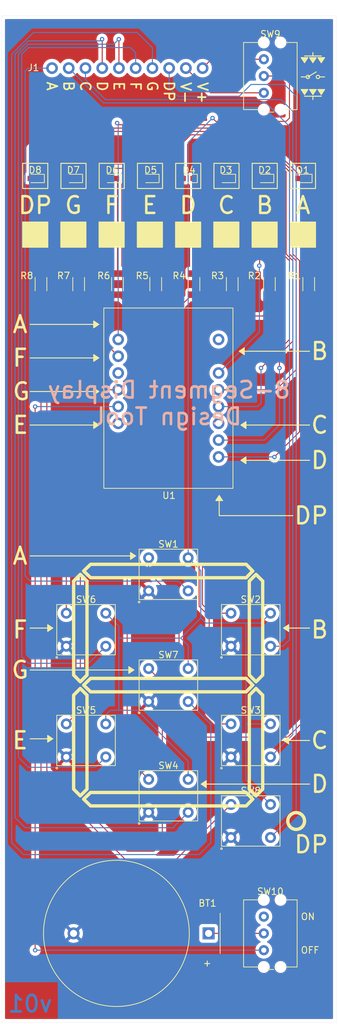
<source format=kicad_pcb>
(kicad_pcb (version 20211014) (generator pcbnew)
  (title_block (title "8 Seg Design Tool") (rev "v01") (comment 2 "https://creativecommons.org/licenses/by/4.0/") (comment 3 "License: CC BY 4.0") (comment 4 "Author: John Zhang"))
  (layers (0 "F.Cu" signal) (31 "B.Cu" signal) (34 "B.Paste" user) (35 "F.Paste" user) (36 "B.SilkS" user "B.Silkscreen") (37 "F.SilkS" user "F.Silkscreen") (38 "B.Mask" user) (39 "F.Mask" user) (44 "Edge.Cuts" user))
  (net 0 "")
  (net 1 "Net-(BT1-Pad1)")
  (net 2 "GND")
  (net 3 "Net-(D1-Pad1)")
  (net 4 "Net-(D1-Pad2)")
  (net 5 "Net-(D2-Pad1)")
  (net 6 "Net-(D2-Pad2)")
  (net 7 "Net-(D3-Pad1)")
  (net 8 "Net-(D3-Pad2)")
  (net 9 "Net-(D4-Pad1)")
  (net 10 "Net-(D4-Pad2)")
  (net 11 "Net-(D5-Pad1)")
  (net 12 "Net-(D5-Pad2)")
  (net 13 "Net-(D6-Pad1)")
  (net 14 "Net-(D6-Pad2)")
  (net 15 "Net-(D7-Pad1)")
  (net 16 "Net-(D7-Pad2)")
  (net 17 "Net-(D8-Pad1)")
  (net 18 "Net-(D8-Pad2)")
  (net 19 "Net-(J1-Pad1)")
  (net 20 "Net-(J1-Pad2)")
  (net 21 "Net-(J1-Pad3)")
  (net 22 "Net-(J1-Pad4)")
  (net 23 "Net-(J1-Pad5)")
  (net 24 "Net-(J1-Pad6)")
  (net 25 "Net-(J1-Pad7)")
  (net 26 "Net-(J1-Pad8)")
  (net 27 "Net-(J1-Pad9)")
  (net 28 "Net-(J1-Pad10)")
  (net 29 "Net-(R1-Pad1)")
  (net 30 "Net-(R2-Pad1)")
  (net 31 "Net-(R3-Pad1)")
  (net 32 "Net-(R4-Pad1)")
  (net 33 "Net-(R5-Pad1)")
  (net 34 "Net-(R6-Pad1)")
  (net 35 "Net-(R7-Pad1)")
  (net 36 "Net-(R8-Pad1)")
  (net 37 "Net-(SW1-Pad4)")
  (net 39 "VCC")
  (footprint "8 Seg Design Tool:LS-L29K-G1J2-1-Z" (layer "F.Cu") (at 101.6 48.2655 180)
    (fp_text reference "D8")
    (fp_text value "RED")
  )
  (footprint "8 Seg Design Tool:PVA1EEH11-2NV2-PDIP" (layer "F.Cu") (at 109.327914 116.5805)
    (fp_text reference "SW6")
    (fp_text value "SW_DPST_x2")
  )
  (footprint "8 Seg Design Tool:LS-L29K-G1J2-1-Z" (layer "F.Cu") (at 142.24 48.2655 180)
    (fp_text reference "D1")
    (fp_text value "RED")
  )
  (footprint "8 Seg Design Tool:PVA1EEH11-2NV2-PDIP" (layer "F.Cu") (at 121.827952 124.9625)
    (fp_text reference "SW7")
    (fp_text value "SW_DPST_x2")
  )
  (footprint "8 Seg Design Tool:RMCF1206JT150R" (layer "F.Cu") (at 131.517568 64.262 90)
    (fp_text reference "R3")
    (fp_text value "150")
  )
  (footprint "8 Seg Design Tool:LS-L29K-G1J2-1-Z" (layer "F.Cu") (at 107.405714 48.2655 180)
    (fp_text reference "D7")
    (fp_text value "RED")
  )
  (footprint "8 Seg Design Tool:RMCF1206JT150R" (layer "F.Cu") (at 119.906136 64.262 90)
    (fp_text reference "R5")
    (fp_text value "150")
  )
  (footprint "8 Seg Design Tool:RMCF1206JT150R" (layer "F.Cu") (at 108.204 64.262 90)
    (fp_text reference "R7")
    (fp_text value "150")
  )
  (footprint "8 Seg Design Tool:BH800S" (layer "F.Cu") (at 113.936399 162.554488 90)
    (fp_text reference "BT1")
    (fp_text value "BH800S")
  )
  (footprint "8 Seg Design Tool:SA08-11EWA-PDIP" (layer "F.Cu") (at 121.827889 81.5285)
    (fp_text reference "U1")
    (fp_text value "SA08-11EWA")
  )
  (footprint "8 Seg Design Tool:PVA1EEH11-2NV2-PDIP" (layer "F.Cu") (at 121.827952 141.7265)
    (fp_text reference "SW4")
    (fp_text value "SW_DPST_x2")
  )
  (footprint "8 Seg Design Tool:PVA1EEH11-2NV2-PDIP" (layer "F.Cu") (at 134.327864 133.3445)
    (fp_text reference "SW3")
    (fp_text value "SW_DPST_x2")
  )
  (footprint "8 Seg Design Tool:PVA1EEH11-2NV2-PDIP" (layer "F.Cu") (at 134.327864 145.5365)
    (fp_text reference "SW8")
    (fp_text value "SW_DPST_x2")
  )
  (footprint "8 Seg Design Tool:B13JB" (layer "F.Cu") (at 137.304388 162.56)
    (fp_text reference "SW10")
    (fp_text value "B13JB")
  )
  (footprint "8 Seg Design Tool:LS-L29K-G1J2-1-Z" (layer "F.Cu") (at 113.211428 48.2655 180)
    (fp_text reference "D6")
    (fp_text value "RED")
  )
  (footprint "8 Seg Design Tool:PVA1EEH11-2NV2-PDIP" (layer "F.Cu") (at 134.327864 116.5805)
    (fp_text reference "SW2")
    (fp_text value "SW_DPST_x2")
  )
  (footprint "8 Seg Design Tool:B13JB" (layer "F.Cu") (at 137.304388 32.7605)
    (fp_text reference "SW9")
    (fp_text value "B13JB")
  )
  (footprint "8 Seg Design Tool:LS-L29K-G1J2-1-Z" (layer "F.Cu") (at 124.822856 48.2655 180)
    (fp_text reference "D4")
    (fp_text value "RED")
  )
  (footprint "8 Seg Design Tool:RMCF1206JT150R" (layer "F.Cu") (at 125.711864 64.262 90)
    (fp_text reference "R4")
    (fp_text value "150")
  )
  (footprint "8 Seg Design Tool:RMCF1206JT150R" (layer "F.Cu") (at 114.100432 64.262 90)
    (fp_text reference "R6")
    (fp_text value "150")
  )
  (footprint "8 Seg Design Tool:613010143121" (layer "F.Cu") (at 115.591389 31.5595)
    (fp_text reference "J1")
    (fp_text value "Conn_01x10")
  )
  (footprint "8 Seg Design Tool:PVA1EEH11-2NV2-PDIP" (layer "F.Cu") (at 109.327914 133.3445)
    (fp_text reference "SW5")
    (fp_text value "SW_DPST_x2")
  )
  (footprint "8 Seg Design Tool:RMCF1206JT150R" (layer "F.Cu") (at 102.489 64.262 90)
    (fp_text reference "R8")
    (fp_text value "150")
  )
  (footprint "8 Seg Design Tool:LS-L29K-G1J2-1-Z" (layer "F.Cu") (at 130.62857 48.2655 180)
    (fp_text reference "D3")
    (fp_text value "RED")
  )
  (footprint "8 Seg Design Tool:LS-L29K-G1J2-1-Z" (layer "F.Cu") (at 136.434284 48.2655 180)
    (fp_text reference "D2")
    (fp_text value "RED")
  )
  (footprint "8 Seg Design Tool:RMCF1206JT150R" (layer "F.Cu") (at 143.129 64.262 90)
    (fp_text reference "R1")
    (fp_text value "150")
  )
  (footprint "8 Seg Design Tool:LS-L29K-G1J2-1-Z" (layer "F.Cu") (at 119.017142 48.2655 180)
    (fp_text reference "D5")
    (fp_text value "RED")
  )
  (footprint "8 Seg Design Tool:RMCF1206JT150R" (layer "F.Cu") (at 137.16 64.262 90)
    (fp_text reference "R2")
    (fp_text value "150")
  )
  (footprint "8 Seg Design Tool:PVA1EEH11-2NV2-PDIP" (layer "F.Cu") (at 121.82794 108.1985)
    (fp_text reference "SW1")
    (fp_text value "SW_DPST_x2")
  )
  (gr_circle (center 144.526 32.893) (end 144.526 32.639) (layer "F.SilkS") (width 0.15) (fill none))
  (gr_poly (pts (xy 111.252 70.358) (xy 110.49 70.866) (xy 110.49 69.85)) (layer "F.SilkS") (width 0.15) (fill solid))
  (gr_rect (start 111.323928 45.974) (end 115.133928 49.784) (layer "F.SilkS") (width 0.15) (fill none))
  (gr_poly (pts (xy 136.144 109.22) (xy 136.144 123.444) (xy 135.128 124.46) (xy 134.112 123.444) (xy 134.112 109.22) (xy 135.128 108.204)) (layer "F.SilkS") (width 0.508) (fill none))
  (gr_rect (start 99.7125 45.974) (end 103.5225 49.784) (layer "F.SilkS") (width 0.15) (fill none))
  (gr_rect (start 105.518214 45.974) (end 109.328214 49.784) (layer "F.SilkS") (width 0.15) (fill none))
  (gr_poly (pts (xy 109.474 109.22) (xy 109.474 123.444) (xy 108.458 124.46) (xy 107.442 123.444) (xy 107.442 109.22) (xy 108.458 108.204)) (layer "F.SilkS") (width 0.508) (fill none))
  (gr_rect (start 117.112142 54.864) (end 120.922142 58.674) (layer "F.SilkS") (width 0.15) (fill solid))
  (gr_line (start 143.256 85.598) (end 132.842 85.598) (layer "F.SilkS") (width 0.15))
  (gr_poly (pts (xy 104.267 133.096) (xy 103.505 133.604) (xy 103.505 132.588)) (layer "F.SilkS") (width 0.15) (fill solid))
  (gr_circle (center 143.002 32.893) (end 143.002 32.639) (layer "F.SilkS") (width 0.15) (fill none))
  (gr_line (start 100.838 116.332) (end 104.267 116.332) (layer "F.SilkS") (width 0.15))
  (gr_line (start 100.838 75.438) (end 111.252 75.438) (layer "F.SilkS") (width 0.15))
  (gr_line (start 141.986 32.893) (end 142.748 32.893) (layer "F.SilkS") (width 0.15))
  (gr_line (start 143.256 139.954) (end 126.8095 139.954) (layer "F.SilkS") (width 0.15))
  (gr_poly (pts (xy 111.252 80.518) (xy 110.49 81.026) (xy 110.49 80.01)) (layer "F.SilkS") (width 0.15) (fill solid))
  (gr_rect (start 128.74107 45.974) (end 132.55107 49.784) (layer "F.SilkS") (width 0.15) (fill none))
  (gr_poly (pts (xy 134.62 124.968) (xy 133.63894 125.984) (xy 110.01694 125.984) (xy 108.966 124.968) (xy 110.01694 123.952) (xy 133.63894 123.952)) (layer "F.SilkS") (width 0.508) (fill none))
  (gr_poly (pts (xy 145.034 30.734) (xy 144.526 29.972) (xy 145.542 29.972)) (layer "F.SilkS") (width 0.15) (fill solid))
  (gr_rect (start 122.935356 45.974) (end 126.745356 49.784) (layer "F.SilkS") (width 0.15) (fill none))
  (gr_line (start 143.256 133.35) (end 139.319 133.35) (layer "F.SilkS") (width 0.15))
  (gr_line (start 100.838 85.598) (end 111.252 85.598) (layer "F.SilkS") (width 0.15))
  (gr_circle (center 141.224 145.542) (end 142.494 145.542) (layer "F.SilkS") (width 0.508) (fill none))
  (gr_poly (pts (xy 139.319 133.35) (xy 140.081 132.842) (xy 140.081 133.858)) (layer "F.SilkS") (width 0.15) (fill solid))
  (gr_line (start 142.494 35.814) (end 145.034 35.814) (layer "F.SilkS") (width 0.15))
  (gr_poly (pts (xy 132.842 85.598) (xy 133.604 85.09) (xy 133.604 86.106)) (layer "F.SilkS") (width 0.15) (fill solid))
  (gr_poly (pts (xy 142.494 30.734) (xy 141.986 29.972) (xy 143.002 29.972)) (layer "F.SilkS") (width 0.15) (fill solid))
  (gr_line (start 145.034 35.814) (end 143.764 35.814) (layer "F.SilkS") (width 0.15))
  (gr_poly (pts (xy 126.8095 139.954) (xy 127.5715 139.446) (xy 127.5715 140.462)) (layer "F.SilkS") (width 0.15) (fill solid))
  (gr_rect (start 128.72357 54.864) (end 132.53357 58.674) (layer "F.SilkS") (width 0.15) (fill solid))
  (gr_poly (pts (xy 142.494 35.56) (xy 141.986 34.798) (xy 143.002 34.798)) (layer "F.SilkS") (width 0.15) (fill solid))
  (gr_poly (pts (xy 143.764 35.56) (xy 143.256 34.798) (xy 144.272 34.798)) (layer "F.SilkS") (width 0.15) (fill solid))
  (gr_rect (start 105.500714 54.864) (end 109.310714 58.674) (layer "F.SilkS") (width 0.15) (fill solid))
  (gr_rect (start 122.917856 54.864) (end 126.727856 58.674) (layer "F.SilkS") (width 0.15) (fill solid))
  (gr_rect (start 111.306428 54.864) (end 115.116428 58.674) (layer "F.SilkS") (width 0.15) (fill solid))
  (gr_line (start 144.78 32.893) (end 145.542 32.893) (layer "F.SilkS") (width 0.15))
  (gr_line (start 143.256 116.332) (end 139.319 116.332) (layer "F.SilkS") (width 0.15))
  (gr_poly (pts (xy 109.474 126.492) (xy 109.474 140.716) (xy 108.458 141.732) (xy 107.442 140.716) (xy 107.442 126.492) (xy 108.458 125.476)) (layer "F.SilkS") (width 0.508) (fill none))
  (gr_line (start 143.002 32.893) (end 144.272 32.131) (layer "F.SilkS") (width 0.15))
  (gr_poly (pts (xy 134.62 142.2345) (xy 133.63894 143.256) (xy 110.01694 143.256) (xy 108.966 142.2345) (xy 110.01694 141.224) (xy 133.63894 141.224)) (layer "F.SilkS") (width 0.508) (fill none))
  (gr_rect (start 134.546784 45.974) (end 138.356784 49.784) (layer "F.SilkS") (width 0.15) (fill none))
  (gr_line (start 100.838 122.682) (end 116.586 122.682) (layer "F.SilkS") (width 0.15))
  (gr_line (start 143.764 36.322) (end 143.764 35.814) (layer "F.SilkS") (width 0.15))
  (gr_rect (start 140.3525 45.974) (end 144.1625 49.784) (layer "F.SilkS") (width 0.15) (fill none))
  (gr_line (start 143.256 90.932) (end 132.842 90.932) (layer "F.SilkS") (width 0.15))
  (gr_rect (start 99.7125 54.864) (end 103.5225 58.674) (layer "F.SilkS") (width 0.15) (fill solid))
  (gr_poly (pts (xy 104.267 116.332) (xy 103.505 116.84) (xy 103.505 115.824)) (layer "F.SilkS") (width 0.15) (fill solid))
  (gr_poly (pts (xy 136.144 126.492) (xy 136.144 140.716) (xy 135.128 141.732) (xy 134.112 140.716) (xy 134.112 126.492) (xy 135.128 125.476)) (layer "F.SilkS") (width 0.508) (fill none))
  (gr_poly (pts (xy 111.252 85.598) (xy 110.49 86.106) (xy 110.49 85.09)) (layer "F.SilkS") (width 0.15) (fill solid))
  (gr_line (start 129.54 99.314) (end 129.54 96.266) (layer "F.SilkS") (width 0.15))
  (gr_line (start 143.256 74.422) (end 132.588 74.422) (layer "F.SilkS") (width 0.15))
  (gr_poly (pts (xy 132.588 74.422) (xy 133.35 73.914) (xy 133.35 74.93)) (layer "F.SilkS") (width 0.15) (fill solid))
  (gr_poly (pts (xy 116.586 122.682) (xy 115.824 123.19) (xy 115.824 122.174)) (layer "F.SilkS") (width 0.15) (fill solid))
  (gr_line (start 143.764 29.718) (end 143.764 29.21) (layer "F.SilkS") (width 0.15))
  (gr_rect (start 140.3525 54.864) (end 144.1625 58.674) (layer "F.SilkS") (width 0.15) (fill solid))
  (gr_line (start 129.54 99.314) (end 140.716 99.314) (layer "F.SilkS") (width 0.15))
  (gr_poly (pts (xy 129.54 96.266) (xy 130.048 97.028) (xy 129.032 97.028)) (layer "F.SilkS") (width 0.15) (fill solid))
  (gr_rect (start 117.129642 45.974) (end 120.939642 49.784) (layer "F.SilkS") (width 0.15) (fill none))
  (gr_line (start 100.838 80.518) (end 111.252 80.518) (layer "F.SilkS") (width 0.15))
  (gr_poly (pts (xy 116.84 105.41) (xy 116.078 105.918) (xy 116.078 104.902)) (layer "F.SilkS") (width 0.15) (fill solid))
  (gr_poly (pts (xy 145.034 35.56) (xy 144.526 34.798) (xy 145.542 34.798)) (layer "F.SilkS") (width 0.15) (fill solid))
  (gr_poly (pts (xy 111.252 75.438) (xy 110.49 75.946) (xy 110.49 74.93)) (layer "F.SilkS") (width 0.15) (fill solid))
  (gr_line (start 142.494 29.718) (end 145.034 29.718) (layer "F.SilkS") (width 0.15))
  (gr_poly (pts (xy 132.842 90.932) (xy 133.604 90.424) (xy 133.604 91.44)) (layer "F.SilkS") (width 0.15) (fill solid))
  (gr_poly (pts (xy 143.764 30.734) (xy 143.256 29.972) (xy 144.272 29.972)) (layer "F.SilkS") (width 0.15) (fill solid))
  (gr_line (start 100.838 133.096) (end 104.267 133.096) (layer "F.SilkS") (width 0.15))
  (gr_line (start 100.838 105.41) (end 116.84 105.41) (layer "F.SilkS") (width 0.15))
  (gr_rect (start 134.529284 54.864) (end 138.339284 58.674) (layer "F.SilkS") (width 0.15) (fill solid))
  (gr_poly (pts (xy 134.62 107.696) (xy 133.63894 108.712) (xy 110.01694 108.712) (xy 108.966 107.696) (xy 110.01694 106.68) (xy 133.63894 106.68)) (layer "F.SilkS") (width 0.508) (fill none))
  (gr_poly (pts (xy 139.319 116.332) (xy 140.081 115.824) (xy 140.081 116.84)) (layer "F.SilkS") (width 0.15) (fill solid))
  (gr_line (start 100.838 70.358) (end 111.252 70.358) (layer "F.SilkS") (width 0.15))
  (gr_rect (start 147.32 23.622) (end 96.52 176.022) (layer "Edge.Cuts") (width 0.0254) (fill none))
  (gr_text "v01" (at 100.838 173.228) (layer "B.Cu") (effects (font (size 2.5 2.5) (thickness 0.4)) (justify mirror)))
  (gr_text "8-Segment Display\nDesign Tool" (at 121.92 82.296) (layer "B.SilkS") (effects (font (size 2.5 2.5) (thickness 0.4)) (justify mirror)))
  (gr_text "A" (at 104.14 34.29 270) (layer "F.SilkS") (effects (font (size 1.524 1.524) (thickness 0.254))))
  (gr_text "F" (at 113.211428 52.324) (layer "F.SilkS") (effects (font (size 2.54 2.54) (thickness 0.381))))
  (gr_text "F" (at 99.314 75.438) (layer "F.SilkS") (effects (font (size 2.54 2.54) (thickness 0.381))))
  (gr_text "OFF" (at 143.335333 165.1) (layer "F.SilkS") (effects (font (size 1 1))))
  (gr_text "DP" (at 143.51 99.314) (layer "F.SilkS") (effects (font (size 2.54 2.54) (thickness 0.381))))
  (gr_text "B" (at 144.78 116.586) (layer "F.SilkS") (effects (font (size 2.54 2.54) (thickness 0.381))))
  (gr_text "ON" (at 143.002 160.02) (layer "F.SilkS") (effects (font (size 1 1))))
  (gr_text "D" (at 111.76 34.29 270) (layer "F.SilkS") (effects (font (size 1.524 1.524) (thickness 0.254))))
  (gr_text "F" (at 99.314 116.586) (layer "F.SilkS") (effects (font (size 2.54 2.54) (thickness 0.381))))
  (gr_text "DP" (at 101.6175 52.324) (layer "F.SilkS") (effects (font (size 2.54 2.54) (thickness 0.381))))
  (gr_text "B" (at 136.434284 52.324) (layer "F.SilkS") (effects (font (size 2.54 2.54) (thickness 0.381))))
  (gr_text "C" (at 130.62857 52.324) (layer "F.SilkS") (effects (font (size 2.54 2.54) (thickness 0.381))))
  (gr_text "G" (at 99.495429 80.518) (layer "F.SilkS") (effects (font (size 2.54 2.54) (thickness 0.381))))
  (gr_text "C" (at 144.78 133.35) (layer "F.SilkS") (effects (font (size 2.54 2.54) (thickness 0.381))))
  (gr_text "D" (at 144.78 90.932) (layer "F.SilkS") (effects (font (size 2.54 2.54) (thickness 0.381))))
  (gr_text "A" (at 142.2575 52.324) (layer "F.SilkS") (effects (font (size 2.54 2.54) (thickness 0.381))))
  (gr_text "D" (at 124.822856 52.324) (layer "F.SilkS") (effects (font (size 2.54 2.54) (thickness 0.381))))
  (gr_text "V+" (at 127 35.306 270) (layer "F.SilkS") (effects (font (size 1.524 1.524) (thickness 0.254))))
  (gr_text "E" (at 99.314 133.35) (layer "F.SilkS") (effects (font (size 2.54 2.54) (thickness 0.381))))
  (gr_text "E" (at 99.374476 85.598) (layer "F.SilkS") (effects (font (size 2.54 2.54) (thickness 0.381))))
  (gr_text "DP" (at 121.92 35.052 270) (layer "F.SilkS") (effects (font (size 1.524 1.524) (thickness 0.254))))
  (gr_text "G" (at 107.405714 52.324) (layer "F.SilkS") (effects (font (size 2.54 2.54) (thickness 0.381))))
  (gr_text "B" (at 144.78 74.422) (layer "F.SilkS") (effects (font (size 2.54 2.54) (thickness 0.381))))
  (gr_text "C" (at 144.78 85.598) (layer "F.SilkS") (effects (font (size 2.54 2.54) (thickness 0.381))))
  (gr_text "E" (at 114.3 34.29 270) (layer "F.SilkS") (effects (font (size 1.524 1.524) (thickness 0.254))))
  (gr_text "B" (at 106.68 34.29 270) (layer "F.SilkS") (effects (font (size 1.524 1.524) (thickness 0.254))))
  (gr_text "E" (at 119.017142 52.324) (layer "F.SilkS") (effects (font (size 2.54 2.54) (thickness 0.381))))
  (gr_text "G" (at 99.314 122.682) (layer "F.SilkS") (effects (font (size 2.54 2.54) (thickness 0.381))))
  (gr_text "D" (at 144.78 139.954) (layer "F.SilkS") (effects (font (size 2.54 2.54) (thickness 0.381))))
  (gr_text "V-" (at 124.46 35.306 270) (layer "F.SilkS") (effects (font (size 1.524 1.524) (thickness 0.254))))
  (gr_text "F" (at 116.84 34.29 270) (layer "F.SilkS") (effects (font (size 1.524 1.524) (thickness 0.254))))
  (gr_text "G" (at 119.38 34.29 270) (layer "F.SilkS") (effects (font (size 1.524 1.524) (thickness 0.254))))
  (gr_text "A" (at 99.314 105.41) (layer "F.SilkS") (effects (font (size 2.54 2.54) (thickness 0.381))))
  (gr_text "A" (at 99.314 70.358) (layer "F.SilkS") (effects (font (size 2.54 2.54) (thickness 0.381))))
  (gr_text "DP" (at 143.51 149.098) (layer "F.SilkS") (effects (font (size 2.54 2.54) (thickness 0.381))))
  (gr_text "C" (at 109.22 34.29 270) (layer "F.SilkS") (effects (font (size 1.524 1.524) (thickness 0.254))))
  (segment (start 136.308276 162.554488) (end 136.313788 162.56) (width 0.1524) (layer "F.Cu") (net 1))
  (segment (start 127.931799 162.554488) (end 136.308287 162.554488) (width 0.1524) (layer "F.Cu") (net 1))
  (segment (start 142.99 48.2655) (end 143.129 48.4045) (width 0.1524) (layer "F.Cu") (net 3))
  (segment (start 143.129 48.4045) (end 143.129 62.6618) (width 0.1524) (layer "F.Cu") (net 3))
  (segment (start 141.49 48.2655) (end 141.49 47.51) (width 0.1524) (layer "F.Cu") (net 4))
  (segment (start 141.49 47.51) (end 134.112 40.132) (width 0.1524) (layer "F.Cu") (net 4))
  (segment locked (start 134.112 40.132) (end 129.794 40.132) (width 0.1524) (layer "F.Cu") (net 4))
  (segment (start 114.3 40.132) (end 114.046 39.878) (width 0.1524) (layer "F.Cu") (net 4))
  (segment (start 129.794 40.132) (end 114.3 40.132) (width 0.1524) (layer "F.Cu") (net 4))
  (via (at 114.046 39.878) (size 0.6858) (drill 0.3302) (layers "F.Cu" "B.Cu") (net 4))
  (segment (start 114.207889 40.039889) (end 114.207889 72.6385) (width 0.1524) (layer "B.Cu") (net 4))
  (segment (start 114.046 39.878) (end 114.207889 40.039889) (width 0.1524) (layer "B.Cu") (net 4))
  (segment locked (start 137.16 56.1673) (end 137.16 48.2655) (width 0.1524) (layer "F.Cu") (net 5))
  (segment (start 137.16 56.1673) (end 137.16 62.6618) (width 0.1524) (layer "F.Cu") (net 5))
  (segment (start 135.684284 61.402216) (end 135.6185 61.468) (width 0.1524) (layer "F.Cu") (net 6))
  (segment (start 135.684284 48.2655) (end 135.684284 61.402216) (width 0.1524) (layer "F.Cu") (net 6))
  (via (at 135.6185 61.468) (size 0.6858) (drill 0.3302) (layers "F.Cu" "B.Cu") (net 6))
  (segment (start 135.636 71.530389) (end 129.447889 77.7185) (width 0.1524) (layer "B.Cu") (net 6))
  (segment (start 135.636 61.214) (end 135.636 71.530389) (width 0.1524) (layer "B.Cu") (net 6))
  (segment (start 131.517568 55.934432) (end 131.517568 62.6618) (width 0.1524) (layer "F.Cu") (net 7))
  (segment (start 131.51757 48.4045) (end 131.37857 48.2655) (width 0.1524) (layer "F.Cu") (net 7))
  (segment (start 131.51757 55.93443) (end 131.51757 48.4045) (width 0.1524) (layer "F.Cu") (net 7))
  (segment (start 134.112 42.164) (end 139.192 47.244) (width 0.1524) (layer "F.Cu") (net 8))
  (segment (start 129.87857 48.2655) (end 129.87857 43.09543) (width 0.1524) (layer "F.Cu") (net 8))
  (segment (start 140.208 60.706) (end 140.208 72.644) (width 0.1524) (layer "F.Cu") (net 8))
  (segment (start 139.192 47.244) (end 139.192 59.69) (width 0.1524) (layer "F.Cu") (net 8))
  (segment (start 130.81 42.164) (end 134.112 42.164) (width 0.1524) (layer "F.Cu") (net 8))
  (segment (start 140.208 72.644) (end 135.89 76.962) (width 0.1524) (layer "F.Cu") (net 8))
  (segment (start 139.1745 59.69) (end 140.1905 60.706) (width 0.1524) (layer "F.Cu") (net 8))
  (segment (start 129.87857 43.09543) (end 130.81 42.164) (width 0.1524) (layer "F.Cu") (net 8))
  (via (at 135.89 76.962) (size 0.6858) (drill 0.3302) (layers "F.Cu" "B.Cu") (net 8))
  (segment (start 135.382 82.804) (end 135.3765 82.7985) (width 0.1524) (layer "B.Cu") (net 8))
  (segment (start 135.3765 82.7985) (end 129.447889 82.7985) (width 0.1524) (layer "B.Cu") (net 8))
  (segment (start 135.89 76.962) (end 135.89 82.296) (width 0.1524) (layer "B.Cu") (net 8))
  (segment (start 135.89 82.296) (end 135.382 82.804) (width 0.1524) (layer "B.Cu") (net 8))
  (segment (start 125.711864 56.115864) (end 125.711864 62.6618) (width 0.1524) (layer "F.Cu") (net 9))
  (segment (start 125.711856 48.4045) (end 125.572856 48.2655) (width 0.1524) (layer "F.Cu") (net 9))
  (segment (start 125.711856 56.115856) (end 125.711856 48.4045) (width 0.1524) (layer "F.Cu") (net 9))
  (segment (start 125.222 41.656) (end 134.112 41.656) (width 0.1524) (layer "F.Cu") (net 10))
  (segment (start 138.684 75.946) (end 138.684 76.962) (width 0.1524) (layer "F.Cu") (net 10))
  (segment (start 140.716 72.898) (end 138.684 74.93) (width 0.1524) (layer "F.Cu") (net 10))
  (segment locked (start 138.684 74.93) (end 138.684 75.946) (width 0.1524) (layer "F.Cu") (net 10))
  (segment (start 139.7 47.244) (end 139.7 59.69) (width 0.1524) (layer "F.Cu") (net 10))
  (segment (start 124.072856 48.2655) (end 124.072856 42.805144) (width 0.1524) (layer "F.Cu") (net 10))
  (segment (start 140.716 60.706) (end 140.716 72.898) (width 0.1524) (layer "F.Cu") (net 10))
  (segment (start 124.072856 42.805144) (end 125.222 41.656) (width 0.1524) (layer "F.Cu") (net 10))
  (segment (start 139.6825 59.69) (end 140.6985 60.706) (width 0.1524) (layer "F.Cu") (net 10))
  (segment (start 134.112 41.656) (end 139.7 47.244) (width 0.1524) (layer "F.Cu") (net 10))
  (via (at 138.684 76.962) (size 0.6858) (drill 0.3302) (layers "F.Cu" "B.Cu") (net 10))
  (segment (start 138.684 85.587) (end 138.1705 86.1005) (width 0.1524) (layer "B.Cu") (net 10))
  (segment (start 138.684 85.598) (end 138.1815 86.1005) (width 0.1524) (layer "B.Cu") (net 10))
  (segment (start 136.3925 87.8785) (end 129.447889 87.8785) (width 0.1524) (layer "B.Cu") (net 10))
  (segment (start 138.1705 86.1005) (end 136.3925 87.8785) (width 0.1524) (layer "B.Cu") (net 10))
  (segment (start 138.684 76.962) (end 138.684 85.598) (width 0.1524) (layer "B.Cu") (net 10))
  (segment (start 138.1815 86.1005) (end 138.1705 86.1005) (width 0.1524) (layer "B.Cu") (net 10))
  (segment (start 119.906142 56.152142) (end 119.906142 48.4045) (width 0.1524) (layer "F.Cu") (net 11))
  (segment (start 119.906142 48.4045) (end 119.767142 48.2655) (width 0.1524) (layer "F.Cu") (net 11))
  (segment (start 119.906136 62.6618) (end 119.906136 56.152148) (width 0.1524) (layer "F.Cu") (net 11))
  (segment (start 115.824 46.736) (end 111.506 46.736) (width 0.1524) (layer "F.Cu") (net 12))
  (segment (start 118.267142 48.2655) (end 117.3535 48.2655) (width 0.1524) (layer "F.Cu") (net 12))
  (segment (start 117.3535 48.2655) (end 115.824 46.736) (width 0.1524) (layer "F.Cu") (net 12))
  (segment (start 111.506 46.736) (end 111.252 46.99) (width 0.1524) (layer "F.Cu") (net 12))
  (segment (start 112.7705 80.2585) (end 114.207889 80.2585) (width 0.1524) (layer "F.Cu") (net 12))
  (segment (start 111.252 78.74) (end 112.7705 80.2585) (width 0.1524) (layer "F.Cu") (net 12))
  (segment (start 111.252 46.99) (end 111.252 78.74) (width 0.1524) (layer "F.Cu") (net 12))
  (segment (start 114.100428 48.4045) (end 113.961428 48.2655) (width 0.1524) (layer "F.Cu") (net 13))
  (segment (start 114.100428 55.934428) (end 114.100428 48.4045) (width 0.1524) (layer "F.Cu") (net 13))
  (segment (start 114.100432 62.6618) (end 114.100432 55.934432) (width 0.1524) (layer "F.Cu") (net 13))
  (segment (start 112.461428 73.432039) (end 114.207889 75.1785) (width 0.1524) (layer "F.Cu") (net 14))
  (segment (start 112.461428 48.2655) (end 112.461428 73.432039) (width 0.1524) (layer "F.Cu") (net 14))
  (segment (start 108.155714 62.613514) (end 108.204 62.6618) (width 0.1524) (layer "F.Cu") (net 15))
  (segment (start 108.155714 48.2655) (end 108.155714 62.613514) (width 0.1524) (layer "F.Cu") (net 15))
  (segment (start 141.224 60.706) (end 141.224 77.216) (width 0.1524) (layer "F.Cu") (net 16))
  (segment (start 107.95 41.148) (end 134.112 41.148) (width 0.1524) (layer "F.Cu") (net 16))
  (segment (start 106.655703 48.2655) (end 106.655703 42.442297) (width 0.1524) (layer "F.Cu") (net 16))
  (segment (start 141.224 77.216) (end 138.176 80.264) (width 0.1524) (layer "F.Cu") (net 16))
  (segment (start 140.208 47.244) (end 140.208 59.69) (width 0.1524) (layer "F.Cu") (net 16))
  (segment (start 106.655703 42.442297) (end 107.95 41.148) (width 0.1524) (layer "F.Cu") (net 16))
  (segment (start 138.176 80.264) (end 138.1705 80.2585) (width 0.1524) (layer "F.Cu") (net 16))
  (segment (start 140.1905 59.69) (end 141.2065 60.706) (width 0.1524) (layer "F.Cu") (net 16))
  (segment (start 134.112 41.148) (end 140.208 47.244) (width 0.1524) (layer "F.Cu") (net 16))
  (segment (start 138.1705 80.2585) (end 129.447889 80.2585) (width 0.1524) (layer "F.Cu") (net 16))
  (segment (start 102.489 48.4045) (end 102.489 62.6618) (width 0.1524) (layer "F.Cu") (net 17))
  (segment (start 102.35 48.2655) (end 102.489 48.4045) (width 0.1524) (layer "F.Cu") (net 17))
  (segment (start 141.732 86.614) (end 137.922 90.424) (width 0.1524) (layer "F.Cu") (net 18))
  (segment (start 134.112 40.64) (end 140.716 47.244) (width 0.1524) (layer "F.Cu") (net 18))
  (segment (start 100.85 43.676) (end 103.886 40.64) (width 0.1524) (layer "F.Cu") (net 18))
  (segment (start 141.732 60.706) (end 141.732 86.614) (width 0.1524) (layer "F.Cu") (net 18))
  (segment (start 140.716 47.244) (end 140.716 59.69) (width 0.1524) (layer "F.Cu") (net 18))
  (segment (start 103.886 40.64) (end 134.112 40.64) (width 0.1524) (layer "F.Cu") (net 18))
  (segment (start 140.6985 59.69) (end 141.7145 60.706) (width 0.1524) (layer "F.Cu") (net 18))
  (segment (start 100.85 48.2655) (end 100.85 43.676) (width 0.1524) (layer "F.Cu") (net 18))
  (via (at 137.922 90.424) (size 0.6858) (drill 0.3302) (layers "F.Cu" "B.Cu") (net 18))
  (segment (start 137.9165 90.4185) (end 129.447889 90.4185) (width 0.1524) (layer "B.Cu") (net 18))
  (segment (start 123.34944 109.22) (end 100.838 109.22) (width 0.1524) (layer "B.Cu") (net 19))
  (segment (start 124.82794 110.6985) (end 123.34944 109.22) (width 0.1524) (layer "B.Cu") (net 19))
  (segment (start 100.5205 31.5595) (end 104.161389 31.5595) (width 0.1524) (layer "B.Cu") (net 19))
  (segment (start 100.076 108.458) (end 100.076 32.004) (width 0.1524) (layer "B.Cu") (net 19))
  (segment (start 100.076 32.004) (end 100.5205 31.5595) (width 0.1524) (layer "B.Cu") (net 19))
  (segment (start 100.838 109.22) (end 100.076 108.458) (width 0.1524) (layer "B.Cu") (net 19))
  (segment (start 111.971889 36.83) (end 106.701389 31.5595) (width 0.1524) (layer "B.Cu") (net 20))
  (segment (start 140.208 40.386) (end 136.652 36.83) (width 0.1524) (layer "B.Cu") (net 20))
  (segment (start 140.208 118.11) (end 140.208 40.386) (width 0.1524) (layer "B.Cu") (net 20))
  (segment (start 139.2375 119.0805) (end 140.208 118.11) (width 0.1524) (layer "B.Cu") (net 20))
  (segment (start 137.327864 119.0805) (end 139.2375 119.0805) (width 0.1524) (layer "B.Cu") (net 20))
  (segment (start 136.652 36.83) (end 111.971889 36.83) (width 0.1524) (layer "B.Cu") (net 20))
  (segment (start 140.716 38.1) (end 138.938 36.322) (width 0.1524) (layer "B.Cu") (net 21))
  (segment (start 138.938 36.322) (end 112.268 36.322) (width 0.1524) (layer "B.Cu") (net 21))
  (segment (start 112.268 36.322) (end 109.241389 33.295389) (width 0.1524) (layer "B.Cu") (net 21))
  (segment (start 140.716 132.456364) (end 140.716 38.1) (width 0.1524) (layer "B.Cu") (net 21))
  (segment (start 137.327864 135.8445) (end 140.716 132.456364) (width 0.1524) (layer "B.Cu") (net 21))
  (segment (start 109.241389 33.295389) (end 109.241389 31.5595) (width 0.1524) (layer "B.Cu") (net 21))
  (segment (start 111.76 27.178) (end 111.781389 27.199389) (width 0.1524) (layer "F.Cu") (net 22))
  (segment (start 111.781389 27.199389) (end 111.781389 31.5595) (width 0.1524) (layer "F.Cu") (net 22))
  (via (at 111.76 27.178) (size 0.6858) (drill 0.3302) (layers "F.Cu" "B.Cu") (net 22))
  (segment (start 98.552 145.034) (end 98.552 29.464) (width 0.1524) (layer "B.Cu") (net 22))
  (segment (start 122.682 146.558) (end 100.076 146.558) (width 0.1524) (layer "B.Cu") (net 22))
  (segment (start 111.506 27.432) (end 111.76 27.178) (width 0.1524) (layer "B.Cu") (net 22))
  (segment (start 100.076 146.558) (end 98.552 145.034) (width 0.1524) (layer "B.Cu") (net 22))
  (segment (start 100.584 27.432) (end 111.506 27.432) (width 0.1524) (layer "B.Cu") (net 22))
  (segment (start 122.682 146.372452) (end 122.682 146.558) (width 0.1524) (layer "B.Cu") (net 22))
  (segment (start 124.827952 144.2265) (end 122.682 146.372452) (width 0.1524) (layer "B.Cu") (net 22))
  (segment (start 98.552 29.464) (end 100.584 27.432) (width 0.1524) (layer "B.Cu") (net 22))
  (segment (start 114.321389 27.199389) (end 114.321389 31.5595) (width 0.1524) (layer "F.Cu") (net 23))
  (segment (start 114.3 27.178) (end 114.321389 27.199389) (width 0.1524) (layer "F.Cu") (net 23))
  (via (at 114.3 27.178) (size 0.6858) (drill 0.3302) (layers "F.Cu" "B.Cu") (net 23))
  (segment (start 99.06 135.89) (end 99.06 29.464) (width 0.1524) (layer "B.Cu") (net 23))
  (segment (start 100.584 137.414) (end 99.06 135.89) (width 0.1524) (layer "B.Cu") (net 23))
  (segment (start 99.06 29.464) (end 100.584 27.94) (width 0.1524) (layer "B.Cu") (net 23))
  (segment (start 110.758414 137.414) (end 100.584 137.414) (width 0.1524) (layer "B.Cu") (net 23))
  (segment (start 100.584 27.94) (end 113.538 27.94) (width 0.1524) (layer "B.Cu") (net 23))
  (segment (start 113.538 27.94) (end 114.3 27.178) (width 0.1524) (layer "B.Cu") (net 23))
  (segment (start 112.327914 135.8445) (end 110.758414 137.414) (width 0.1524) (layer "B.Cu") (net 23))
  (segment (start 111.254389 120.139611) (end 109.728 121.666) (width 0.1524) (layer "B.Cu") (net 24))
  (segment (start 109.728 121.666) (end 100.584 121.666) (width 0.1524) (layer "B.Cu") (net 24))
  (segment (start 100.584 121.666) (end 99.568 120.65) (width 0.1524) (layer "B.Cu") (net 24))
  (segment (start 111.268803 120.139611) (end 111.254389 120.139611) (width 0.1524) (layer "B.Cu") (net 24))
  (segment (start 99.568 120.65) (end 99.568 29.464) (width 0.1524) (layer "B.Cu") (net 24))
  (segment (start 116.861389 29.231389) (end 116.861389 31.5595) (width 0.1524) (layer "B.Cu") (net 24))
  (segment (start 100.584 28.448) (end 116.078 28.448) (width 0.1524) (layer "B.Cu") (net 24))
  (segment (start 116.078 28.448) (end 116.861389 29.231389) (width 0.1524) (layer "B.Cu") (net 24))
  (segment (start 112.327914 119.0805) (end 111.268803 120.139611) (width 0.1524) (layer "B.Cu") (net 24))
  (segment (start 99.568 29.464) (end 100.584 28.448) (width 0.1524) (layer "B.Cu") (net 24))
  (segment (start 98.044 148.844) (end 98.044 29.464) (width 0.1524) (layer "B.Cu") (net 25))
  (segment (start 128.27 148.844) (end 126.492 150.622) (width 0.1524) (layer "B.Cu") (net 25))
  (segment (start 126.492 150.622) (end 99.822 150.622) (width 0.1524) (layer "B.Cu") (net 25))
  (segment (start 124.827952 127.4625) (end 128.175452 130.81) (width 0.1524) (layer "B.Cu") (net 25))
  (segment (start 128.27 130.81) (end 128.27 148.844) (width 0.1524) (layer "B.Cu") (net 25))
  (segment (start 98.044 29.464) (end 101.346 26.162) (width 0.1524) (layer "B.Cu") (net 25))
  (segment (start 117.094 26.162) (end 119.401389 28.469389) (width 0.1524) (layer "B.Cu") (net 25))
  (segment (start 101.346 26.162) (end 117.094 26.162) (width 0.1524) (layer "B.Cu") (net 25))
  (segment (start 99.822 150.622) (end 98.044 148.844) (width 0.1524) (layer "B.Cu") (net 25))
  (segment (start 128.175452 130.81) (end 128.27 130.81) (width 0.1524) (layer "B.Cu") (net 25))
  (segment (start 119.401389 28.469389) (end 119.401389 31.5595) (width 0.1524) (layer "B.Cu") (net 25))
  (segment (start 139.446 34.036) (end 141.224 35.814) (width 0.1524) (layer "B.Cu") (net 26))
  (segment (start 123.232778 35.814) (end 132.588 35.814) (width 0.1524) (layer "B.Cu") (net 26))
  (segment (start 141.224 144.140364) (end 137.327864 148.0365) (width 0.1524) (layer "B.Cu") (net 26))
  (segment (start 132.588 35.814) (end 134.366 34.036) (width 0.1524) (layer "B.Cu") (net 26))
  (segment (start 134.366 34.036) (end 139.446 34.036) (width 0.1524) (layer "B.Cu") (net 26))
  (segment (start 121.941389 34.522611) (end 123.232778 35.814) (width 0.1524) (layer "B.Cu") (net 26))
  (segment locked (start 121.941389 34.522611) (end 121.941389 31.5595) (width 0.1524) (layer "B.Cu") (net 26))
  (segment (start 141.224 35.814) (end 141.224 144.140364) (width 0.1524) (layer "B.Cu") (net 26))
  (segment (start 128.222389 35.3005) (end 124.481389 31.5595) (width 0.1524) (layer "F.Cu") (net 27))
  (segment (start 136.313788 35.3005) (end 128.222389 35.3005) (width 0.1524) (layer "F.Cu") (net 27))
  (segment (start 128.360389 30.2205) (end 127.021389 31.5595) (width 0.1524) (layer "F.Cu") (net 28))
  (segment (start 136.313788 30.2205) (end 128.360389 30.2205) (width 0.1524) (layer "F.Cu") (net 28))
  (segment (start 143.129 66.167) (end 145.034 68.072) (width 0.1524) (layer "F.Cu") (net 29))
  (segment (start 123.444 131.318) (end 123.444 112.522) (width 0.1524) (layer "F.Cu") (net 29))
  (segment (start 145.034 68.072) (end 145.034 127.762) (width 0.1524) (layer "F.Cu") (net 29))
  (segment (start 143.129 65.8622) (end 143.129 66.167) (width 0.1524) (layer "F.Cu") (net 29))
  (segment (start 123.444 112.522) (end 118.82794 107.90594) (width 0.1524) (layer "F.Cu") (net 29))
  (segment (start 124.968 132.842) (end 123.444 131.318) (width 0.1524) (layer "F.Cu") (net 29))
  (segment (start 118.82794 107.90594) (end 118.82794 105.6985) (width 0.1524) (layer "F.Cu") (net 29))
  (segment (start 139.954 132.842) (end 124.968 132.842) (width 0.1524) (layer "F.Cu") (net 29))
  (segment (start 145.034 127.762) (end 139.954 132.842) (width 0.1524) (layer "F.Cu") (net 29))
  (segment (start 128.3045 114.0805) (end 131.327864 114.0805) (width 0.1524) (layer "F.Cu") (net 30))
  (segment (start 137.16 65.8622) (end 137.16 68.072) (width 0.1524) (layer "F.Cu") (net 30))
  (segment (start 128.016 69.088) (end 127 70.104) (width 0.1524) (layer "F.Cu") (net 30))
  (segment (start 127 112.776) (end 128.3045 114.0805) (width 0.1524) (layer "F.Cu") (net 30))
  (segment (start 137.16 68.072) (end 136.144 69.088) (width 0.1524) (layer "F.Cu") (net 30))
  (segment (start 127 70.104) (end 127 112.776) (width 0.1524) (layer "F.Cu") (net 30))
  (segment (start 136.144 69.088) (end 128.016 69.088) (width 0.1524) (layer "F.Cu") (net 30))
  (segment (start 126.492 113.03) (end 128.016 114.554) (width 0.1524) (layer "F.Cu") (net 31))
  (segment (start 129.5745 130.8445) (end 131.327864 130.8445) (width 0.1524) (layer "F.Cu") (net 31))
  (segment (start 130.323768 67.056) (end 131.517568 65.8622) (width 0.1524) (layer "F.Cu") (net 31))
  (segment (start 126.492 113.03) (end 126.492 68.072) (width 0.1524) (layer "F.Cu") (net 31))
  (segment (start 128.016 114.554) (end 128.016 129.286) (width 0.1524) (layer "F.Cu") (net 31))
  (segment (start 128.016 129.286) (end 129.5745 130.8445) (width 0.1524) (layer "F.Cu") (net 31))
  (segment (start 126.492 68.072) (end 127.508 67.056) (width 0.1524) (layer "F.Cu") (net 31))
  (segment (start 127.508 67.056) (end 130.323768 67.056) (width 0.1524) (layer "F.Cu") (net 31))
  (segment (start 125.3998 65.8622) (end 120.65 70.612) (width 0.1524) (layer "F.Cu") (net 32))
  (segment (start 120.65 92.71) (end 120.65 70.612) (width 0.1524) (layer "F.Cu") (net 32))
  (segment (start 115.57 135.929274) (end 115.57 97.750726) (width 0.1524) (layer "F.Cu") (net 32))
  (segment (start 115.57 97.79) (end 120.65 92.71) (width 0.1524) (layer "F.Cu") (net 32))
  (segment (start 118.827952 139.2265) (end 115.57 135.968548) (width 0.1524) (layer "F.Cu") (net 32))
  (segment (start 106.327914 130.8445) (end 108.458 128.714414) (width 0.1524) (layer "F.Cu") (net 33))
  (segment (start 119.906142 92.437858) (end 119.906142 67.074142) (width 0.1524) (layer "F.Cu") (net 33))
  (segment (start 108.458 128.714414) (end 108.458 103.886) (width 0.1524) (layer "F.Cu") (net 33))
  (segment (start 108.458 103.886) (end 119.906142 92.437858) (width 0.1524) (layer "F.Cu") (net 33))
  (segment (start 119.906136 65.8622) (end 119.906136 67.074136) (width 0.1524) (layer "F.Cu") (net 33))
  (segment (start 106.327914 103.730086) (end 116.84 93.218) (width 0.1524) (layer "F.Cu") (net 34))
  (segment (start 114.100432 65.8622) (end 114.1222 65.8622) (width 0.1524) (layer "F.Cu") (net 34))
  (segment (start 106.327914 114.0805) (end 106.327914 103.730086) (width 0.1524) (layer "F.Cu") (net 34))
  (segment (start 114.1222 65.8622) (end 116.84 68.58) (width 0.1524) (layer "F.Cu") (net 34))
  (segment (start 116.84 93.218) (end 116.84 68.58) (width 0.1524) (layer "F.Cu") (net 34))
  (segment (start 103.378 137.922) (end 103.378 70.612) (width 0.1524) (layer "F.Cu") (net 35))
  (segment (start 119.634 150.114) (end 115.57 150.114) (width 0.1524) (layer "F.Cu") (net 35))
  (segment (start 120.904 124.538548) (end 120.904 148.844) (width 0.1524) (layer "F.Cu") (net 35))
  (segment (start 118.827952 122.4625) (end 120.904 124.538548) (width 0.1524) (layer "F.Cu") (net 35))
  (segment (start 115.57 150.114) (end 103.378 137.922) (width 0.1524) (layer "F.Cu") (net 35))
  (segment (start 120.904 148.844) (end 119.634 150.114) (width 0.1524) (layer "F.Cu") (net 35))
  (segment (start 108.1278 65.8622) (end 103.378 70.612) (width 0.1524) (layer "F.Cu") (net 35))
  (segment (start 102.489 138.557) (end 102.489 67.437) (width 0.1524) (layer "F.Cu") (net 36))
  (segment (start 115.316 151.384) (end 102.489 138.557) (width 0.1524) (layer "F.Cu") (net 36))
  (segment (start 122.980364 151.384) (end 115.316 151.384) (width 0.1524) (layer "F.Cu") (net 36))
  (segment (start 102.489 65.8622) (end 102.489 67.437) (width 0.1524) (layer "F.Cu") (net 36))
  (segment (start 131.327864 143.0365) (end 122.980364 151.384) (width 0.1524) (layer "F.Cu") (net 36))
  (segment (start 139.4405 32.7605) (end 136.313788 32.7605) (width 0.1524) (layer "F.Cu") (net 37))
  (segment (start 140.208 33.528) (end 139.4405 32.7605) (width 0.1524) (layer "F.Cu") (net 37))
  (segment (start 139.7 39.624) (end 129.032 39.624) (width 0.1524) (layer "F.Cu") (net 37))
  (segment (start 129.032 39.624) (end 128.524 39.116) (width 0.1524) (layer "F.Cu") (net 37))
  (segment (start 140.208 39.116) (end 140.208 33.528) (width 0.1524) (layer "F.Cu") (net 37))
  (segment (start 139.7 39.624) (end 140.208 39.116) (width 0.1524) (layer "F.Cu") (net 37))
  (via (at 128.524 39.116) (size 0.6858) (drill 0.3302) (layers "F.Cu" "B.Cu") (net 37))
  (segment (start 133.604 115.57) (end 133.604 130.81) (width 0.1524) (layer "B.Cu") (net 37))
  (segment (start 137.327864 130.8445) (end 133.6385 130.8445) (width 0.1524) (layer "B.Cu") (net 37))
  (segment (start 128.27 39.37) (end 128.524 39.116) (width 0.1524) (layer "B.Cu") (net 37))
  (segment (start 133.604 115.57) (end 127.508 115.57) (width 0.1524) (layer "B.Cu") (net 37))
  (segment (start 114.3 116.052586) (end 112.327914 114.0805) (width 0.1524) (layer "B.Cu") (net 37))
  (segment (start 127.508 115.57) (end 126.746 114.808) (width 0.1524) (layer "B.Cu") (net 37))
  (segment (start 123.698 117.856) (end 126.746 114.808) (width 0.1524) (layer "B.Cu") (net 37))
  (segment (start 137.327864 114.0805) (end 135.838364 115.57) (width 0.1524) (layer "B.Cu") (net 37))
  (segment (start 114.3 128.778) (end 114.3 119.126) (width 0.1524) (layer "B.Cu") (net 37))
  (segment (start 133.6385 130.8445) (end 133.604 130.81) (width 0.1524) (layer "B.Cu") (net 37))
  (segment (start 113.03 128.778) (end 112.327914 129.480086) (width 0.1524) (layer "B.Cu") (net 37))
  (segment (start 126.746 114.808) (end 126.746 107.61656) (width 0.1524) (layer "B.Cu") (net 37))
  (segment (start 114.3 117.856) (end 123.698 117.856) (width 0.1524) (layer "B.Cu") (net 37))
  (segment (start 114.3 128.778) (end 113.03 128.778) (width 0.1524) (layer "B.Cu") (net 37))
  (segment (start 117.094 128.778) (end 114.3 128.778) (width 0.1524) (layer "B.Cu") (net 37))
  (segment (start 112.327914 129.480086) (end 112.327914 130.8445) (width 0.1524) (layer "B.Cu") (net 37))
  (segment (start 114.3 119.126) (end 114.3 117.856) (width 0.1524) (layer "B.Cu") (net 37))
  (segment (start 124.827952 136.511952) (end 117.094 128.778) (width 0.1524) (layer "B.Cu") (net 37))
  (segment (start 124.827952 139.2265) (end 124.827952 136.511952) (width 0.1524) (layer "B.Cu") (net 37))
  (segment (start 124.827952 118.985952) (end 124.827952 122.4625) (width 0.1524) (layer "B.Cu") (net 37))
  (segment (start 114.3 117.856) (end 114.3 116.052586) (width 0.1524) (layer "B.Cu") (net 37))
  (segment (start 124.82794 42.81206) (end 128.27 39.37) (width 0.1524) (layer "B.Cu") (net 37))
  (segment (start 124.82794 105.6985) (end 124.82794 42.81206) (width 0.1524) (layer "B.Cu") (net 37))
  (segment (start 126.746 107.61656) (end 124.82794 105.6985) (width 0.1524) (layer "B.Cu") (net 37))
  (segment (start 133.604 130.81) (end 133.604 139.312636) (width 0.1524) (layer "B.Cu") (net 37))
  (segment (start 135.838364 115.57) (end 133.604 115.57) (width 0.1524) (layer "B.Cu") (net 37))
  (segment (start 123.698 117.856) (end 124.827952 118.985952) (width 0.1524) (layer "B.Cu") (net 37))
  (segment (start 133.604 139.312636) (end 137.327864 143.0365) (width 0.1524) (layer "B.Cu") (net 37))
  (segment (start 101.6 82.804) (end 101.6 165.1) (width 0.1524) (layer "F.Cu") (net 39))
  (via (at 101.6 165.1) (size 0.6858) (drill 0.3302) (layers "F.Cu" "B.Cu") (net 39))
  (via (at 101.6 82.804) (size 0.6858) (drill 0.3302) (layers "F.Cu" "B.Cu") (net 39))
  (segment (start 101.6055 82.7985) (end 114.207889 82.7985) (width 0.1524) (layer "B.Cu") (net 39))
  (segment (start 136.313788 165.1) (end 101.6 165.1) (width 0.1524) (layer "B.Cu") (net 39))
  (segment (start 101.6 82.804) (end 101.6055 82.7985) (width 0.1524) (layer "B.Cu") (net 39))
  (zone locked (net 2) (net_name "GND") (layer "F.Cu") (connect_pads (clearance 0.508)) (min_thickness 0.254) (fill yes (thermal_gap 0.508) (thermal_bridge_width 0.508))
    (polygon (pts (xy 96.266 176.276) (xy 96.266 23.368) (xy 147.574 23.368) (xy 147.574 176.276)))
  )
  (zone (net 2) (net_name "GND") (layer "B.Cu") (connect_pads (clearance 0.508)) (min_thickness 0.254) (fill yes (thermal_gap 0.508) (thermal_bridge_width 0.508))
    (polygon (pts (xy 96.266 176.276) (xy 96.266 23.368) (xy 147.574 23.368) (xy 147.574 176.276)))
  )
)
</source>
